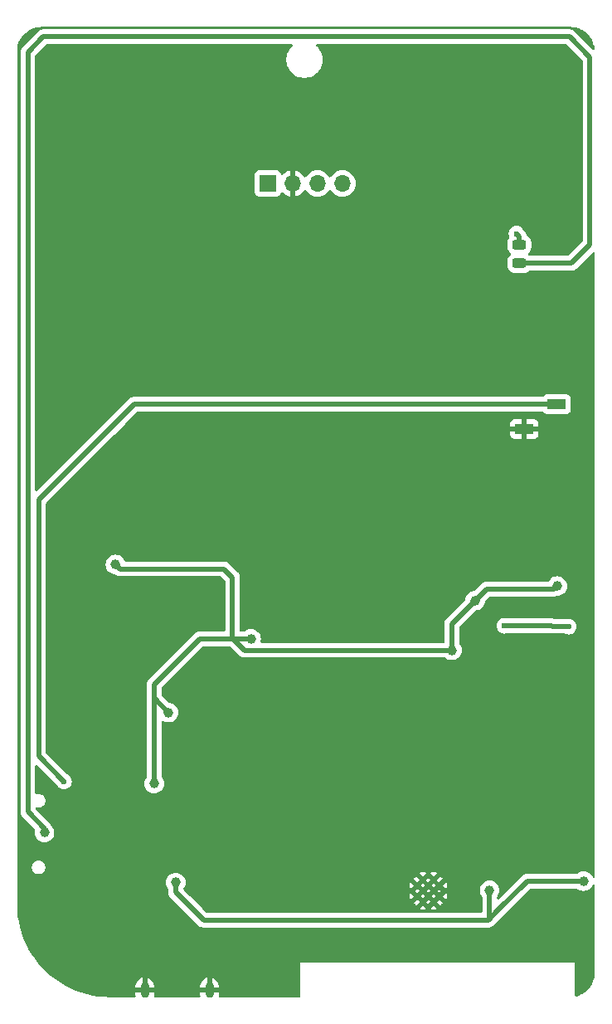
<source format=gbr>
%TF.GenerationSoftware,KiCad,Pcbnew,8.0.4-8.0.4-0~ubuntu22.04.1*%
%TF.CreationDate,2024-08-28T20:52:20+02:00*%
%TF.ProjectId,defcon32_badge,64656663-6f6e-4333-925f-62616467652e,rev?*%
%TF.SameCoordinates,Original*%
%TF.FileFunction,Copper,L2,Bot*%
%TF.FilePolarity,Positive*%
%FSLAX46Y46*%
G04 Gerber Fmt 4.6, Leading zero omitted, Abs format (unit mm)*
G04 Created by KiCad (PCBNEW 8.0.4-8.0.4-0~ubuntu22.04.1) date 2024-08-28 20:52:20*
%MOMM*%
%LPD*%
G01*
G04 APERTURE LIST*
G04 Aperture macros list*
%AMRoundRect*
0 Rectangle with rounded corners*
0 $1 Rounding radius*
0 $2 $3 $4 $5 $6 $7 $8 $9 X,Y pos of 4 corners*
0 Add a 4 corners polygon primitive as box body*
4,1,4,$2,$3,$4,$5,$6,$7,$8,$9,$2,$3,0*
0 Add four circle primitives for the rounded corners*
1,1,$1+$1,$2,$3*
1,1,$1+$1,$4,$5*
1,1,$1+$1,$6,$7*
1,1,$1+$1,$8,$9*
0 Add four rect primitives between the rounded corners*
20,1,$1+$1,$2,$3,$4,$5,0*
20,1,$1+$1,$4,$5,$6,$7,0*
20,1,$1+$1,$6,$7,$8,$9,0*
20,1,$1+$1,$8,$9,$2,$3,0*%
G04 Aperture macros list end*
%TA.AperFunction,ComponentPad*%
%ADD10O,0.900000X1.600000*%
%TD*%
%TA.AperFunction,HeatsinkPad*%
%ADD11C,0.600000*%
%TD*%
%TA.AperFunction,ComponentPad*%
%ADD12R,1.700000X1.700000*%
%TD*%
%TA.AperFunction,ComponentPad*%
%ADD13O,1.700000X1.700000*%
%TD*%
%TA.AperFunction,SMDPad,CuDef*%
%ADD14R,1.900000X1.000000*%
%TD*%
%TA.AperFunction,SMDPad,CuDef*%
%ADD15RoundRect,0.243750X-0.456250X0.243750X-0.456250X-0.243750X0.456250X-0.243750X0.456250X0.243750X0*%
%TD*%
%TA.AperFunction,ViaPad*%
%ADD16C,1.000000*%
%TD*%
%TA.AperFunction,ViaPad*%
%ADD17C,0.600000*%
%TD*%
%TA.AperFunction,Conductor*%
%ADD18C,0.500000*%
%TD*%
G04 APERTURE END LIST*
D10*
%TO.P,J2,6,Shield*%
%TO.N,GND*%
X113550000Y-158800000D03*
X120150000Y-158800000D03*
%TD*%
D11*
%TO.P,U1,19,GND*%
%TO.N,GND*%
X143590000Y-149200000D03*
X143590000Y-148100000D03*
X143040000Y-149750000D03*
X143040000Y-148650000D03*
X143040000Y-147550000D03*
X142490000Y-149200000D03*
X142490000Y-148100000D03*
X141940000Y-149750000D03*
X141940000Y-148650000D03*
X141940000Y-147550000D03*
X141390000Y-149200000D03*
X141390000Y-148100000D03*
%TD*%
D12*
%TO.P,J1,1,Pin_1*%
%TO.N,+3V3*%
X126100000Y-76475000D03*
D13*
%TO.P,J1,2,Pin_2*%
%TO.N,GND*%
X128640000Y-76475000D03*
%TO.P,J1,3,Pin_3*%
%TO.N,/I2C_SCL*%
X131180000Y-76475000D03*
%TO.P,J1,4,Pin_4*%
%TO.N,/I2C_SDA*%
X133720000Y-76475000D03*
%TD*%
D14*
%TO.P,J3,1,Pin_1*%
%TO.N,Net-(J3-Pin_1)*%
X155600000Y-99005000D03*
%TO.P,J3,2,Pin_2*%
%TO.N,GND*%
X152300000Y-101545000D03*
%TD*%
D15*
%TO.P,D5,1,K*%
%TO.N,Net-(D5-K)*%
X151800000Y-82725000D03*
%TO.P,D5,2,A*%
%TO.N,Net-(D5-A)*%
X151800000Y-84600000D03*
%TD*%
D16*
%TO.N,+3V3*%
X110550000Y-115350000D03*
X116700000Y-147800000D03*
X114500000Y-137700000D03*
X148750000Y-148600000D03*
X115950000Y-130450000D03*
X147275000Y-119025000D03*
X158350000Y-147650000D03*
X144900000Y-124100000D03*
X155650000Y-117550000D03*
X124400000Y-122950000D03*
D17*
%TO.N,GND*%
X158100000Y-151550000D03*
X157000000Y-150850000D03*
X152000000Y-127550000D03*
X155850000Y-150850000D03*
X153850000Y-127550000D03*
X122250000Y-124750000D03*
X152950000Y-127550000D03*
X152950000Y-131800000D03*
X125000000Y-130000000D03*
X152000000Y-131800000D03*
X153850000Y-131800000D03*
X126050000Y-130000000D03*
X119500000Y-124800000D03*
X151050000Y-131800000D03*
X151050000Y-127550000D03*
%TO.N,Net-(J3-Pin_1)*%
X105300000Y-137500000D03*
%TO.N,/BTN_A*%
X150250000Y-121600000D03*
X156825000Y-121700000D03*
D16*
%TO.N,Net-(D5-A)*%
X103300000Y-142700000D03*
D17*
%TO.N,Net-(D5-K)*%
X151500000Y-81600000D03*
%TD*%
D18*
%TO.N,+3V3*%
X121650000Y-115800000D02*
X111000000Y-115800000D01*
X111000000Y-115800000D02*
X110550000Y-115350000D01*
X144900000Y-124100000D02*
X123700000Y-124100000D01*
X147275000Y-119025000D02*
X144900000Y-121400000D01*
X148600000Y-151650000D02*
X144850000Y-151650000D01*
X119550000Y-151650000D02*
X117100000Y-149200000D01*
X155350000Y-117850000D02*
X148450000Y-117850000D01*
X155650000Y-117550000D02*
X155350000Y-117850000D01*
X152600000Y-147650000D02*
X149600000Y-150650000D01*
X123700000Y-124100000D02*
X122500000Y-122900000D01*
X115950000Y-130450000D02*
X114500000Y-129000000D01*
X158350000Y-147650000D02*
X152600000Y-147650000D01*
X144900000Y-121400000D02*
X144900000Y-124100000D01*
X148450000Y-117850000D02*
X147275000Y-119025000D01*
X149600000Y-150650000D02*
X148600000Y-151650000D01*
X116700000Y-148800000D02*
X116700000Y-147800000D01*
X144850000Y-151650000D02*
X128200000Y-151650000D01*
X128200000Y-151650000D02*
X119550000Y-151650000D01*
X148750000Y-148600000D02*
X148750000Y-151500000D01*
X119150000Y-122950000D02*
X123000000Y-122950000D01*
X122550000Y-122950000D02*
X122500000Y-122900000D01*
X114500000Y-137700000D02*
X114500000Y-127600000D01*
X114500000Y-129000000D02*
X114500000Y-127600000D01*
X123000000Y-122950000D02*
X122550000Y-122950000D01*
X122500000Y-122900000D02*
X122500000Y-116650000D01*
X114500000Y-127600000D02*
X119150000Y-122950000D01*
X124400000Y-122950000D02*
X123000000Y-122950000D01*
X117100000Y-149200000D02*
X116700000Y-148800000D01*
X122500000Y-116650000D02*
X121650000Y-115800000D01*
X148750000Y-151500000D02*
X148600000Y-151650000D01*
%TO.N,Net-(J3-Pin_1)*%
X102700000Y-134900000D02*
X102700000Y-108750000D01*
X112445000Y-99005000D02*
X155600000Y-99005000D01*
X105300000Y-137500000D02*
X102700000Y-134900000D01*
X102700000Y-108750000D02*
X112445000Y-99005000D01*
%TO.N,/BTN_A*%
X155150000Y-121650000D02*
X156775000Y-121650000D01*
X155100000Y-121600000D02*
X155150000Y-121650000D01*
X150250000Y-121600000D02*
X155100000Y-121600000D01*
X156775000Y-121650000D02*
X156825000Y-121700000D01*
%TO.N,Net-(D5-A)*%
X156900000Y-61500000D02*
X103200000Y-61500000D01*
X157100000Y-84600000D02*
X159000000Y-82700000D01*
X103200000Y-61500000D02*
X101600000Y-63100000D01*
X101600000Y-63100000D02*
X101600000Y-140600000D01*
X159000000Y-82700000D02*
X159000000Y-63600000D01*
X101600000Y-140600000D02*
X103300000Y-142300000D01*
X103300000Y-142300000D02*
X103300000Y-142700000D01*
X159000000Y-63600000D02*
X156900000Y-61500000D01*
X151800000Y-84600000D02*
X157100000Y-84600000D01*
%TO.N,Net-(D5-K)*%
X151800000Y-81900000D02*
X151500000Y-81600000D01*
X151800000Y-82725000D02*
X151800000Y-81900000D01*
%TD*%
%TA.AperFunction,Conductor*%
%TO.N,GND*%
G36*
X157003736Y-60500726D02*
G01*
X157293796Y-60518271D01*
X157308657Y-60520075D01*
X157590798Y-60571780D01*
X157605335Y-60575363D01*
X157879172Y-60660695D01*
X157893163Y-60666000D01*
X158154743Y-60783727D01*
X158167989Y-60790680D01*
X158413465Y-60939075D01*
X158425776Y-60947573D01*
X158595202Y-61080309D01*
X158651573Y-61124473D01*
X158662781Y-61134403D01*
X158865596Y-61337218D01*
X158875526Y-61348426D01*
X158995481Y-61501538D01*
X159052422Y-61574217D01*
X159060926Y-61586537D01*
X159201633Y-61819295D01*
X159209316Y-61832004D01*
X159216275Y-61845263D01*
X159333997Y-62106831D01*
X159339306Y-62120832D01*
X159424635Y-62394663D01*
X159428219Y-62409201D01*
X159479923Y-62691340D01*
X159481728Y-62706205D01*
X159482213Y-62714223D01*
X159466612Y-62782329D01*
X159416667Y-62831188D01*
X159348235Y-62845289D01*
X159283043Y-62820155D01*
X159270758Y-62809391D01*
X157378421Y-60917052D01*
X157378414Y-60917046D01*
X157304729Y-60867812D01*
X157304729Y-60867813D01*
X157255491Y-60834913D01*
X157118917Y-60778343D01*
X157118907Y-60778340D01*
X156973920Y-60749500D01*
X156973918Y-60749500D01*
X103126082Y-60749500D01*
X103126076Y-60749500D01*
X103097242Y-60755234D01*
X103097243Y-60755235D01*
X102981093Y-60778339D01*
X102981083Y-60778342D01*
X102901081Y-60811479D01*
X102901082Y-60811480D01*
X102844502Y-60834917D01*
X102795269Y-60867813D01*
X102721588Y-60917044D01*
X102721580Y-60917050D01*
X101017049Y-62621581D01*
X100969539Y-62692685D01*
X100969540Y-62692686D01*
X100934914Y-62744508D01*
X100878343Y-62881082D01*
X100878340Y-62881092D01*
X100849500Y-63026079D01*
X100849500Y-63026082D01*
X100849500Y-140673918D01*
X100849500Y-140673920D01*
X100849499Y-140673920D01*
X100878340Y-140818907D01*
X100878343Y-140818917D01*
X100934914Y-140955492D01*
X100967812Y-141004727D01*
X100967813Y-141004730D01*
X101017046Y-141078414D01*
X101017052Y-141078421D01*
X102291334Y-142352702D01*
X102324819Y-142414025D01*
X102322315Y-142476374D01*
X102313976Y-142503867D01*
X102294659Y-142700000D01*
X102313975Y-142896129D01*
X102371188Y-143084733D01*
X102464086Y-143258532D01*
X102464090Y-143258539D01*
X102589116Y-143410883D01*
X102741460Y-143535909D01*
X102741467Y-143535913D01*
X102915266Y-143628811D01*
X102915269Y-143628811D01*
X102915273Y-143628814D01*
X103103868Y-143686024D01*
X103300000Y-143705341D01*
X103496132Y-143686024D01*
X103684727Y-143628814D01*
X103858538Y-143535910D01*
X104010883Y-143410883D01*
X104135910Y-143258538D01*
X104228814Y-143084727D01*
X104286024Y-142896132D01*
X104305341Y-142700000D01*
X104286024Y-142503868D01*
X104228814Y-142315273D01*
X104228811Y-142315269D01*
X104228811Y-142315266D01*
X104135913Y-142141467D01*
X104135909Y-142141460D01*
X104010883Y-141989117D01*
X103989697Y-141971730D01*
X103965258Y-141944766D01*
X103911353Y-141864090D01*
X103911353Y-141864089D01*
X103882950Y-141821581D01*
X103882947Y-141821578D01*
X102396840Y-140335472D01*
X102363355Y-140274149D01*
X102368339Y-140204457D01*
X102410211Y-140148524D01*
X102475675Y-140124107D01*
X102508713Y-140126174D01*
X102631004Y-140150500D01*
X102631007Y-140150500D01*
X102768995Y-140150500D01*
X102860041Y-140132389D01*
X102904328Y-140123580D01*
X103031811Y-140070775D01*
X103146542Y-139994114D01*
X103244114Y-139896542D01*
X103320775Y-139781811D01*
X103373580Y-139654328D01*
X103400500Y-139518993D01*
X103400500Y-139381007D01*
X103400500Y-139381004D01*
X103373581Y-139245677D01*
X103373580Y-139245676D01*
X103373580Y-139245672D01*
X103373578Y-139245667D01*
X103320778Y-139118195D01*
X103320771Y-139118182D01*
X103244114Y-139003458D01*
X103244111Y-139003454D01*
X103146545Y-138905888D01*
X103146541Y-138905885D01*
X103031817Y-138829228D01*
X103031804Y-138829221D01*
X102904332Y-138776421D01*
X102904322Y-138776418D01*
X102768995Y-138749500D01*
X102768993Y-138749500D01*
X102631007Y-138749500D01*
X102631002Y-138749500D01*
X102498691Y-138775818D01*
X102429099Y-138769591D01*
X102373922Y-138726727D01*
X102350678Y-138660838D01*
X102350500Y-138654201D01*
X102350500Y-135911229D01*
X102370185Y-135844190D01*
X102422989Y-135798435D01*
X102492147Y-135788491D01*
X102555703Y-135817516D01*
X102562181Y-135823548D01*
X104546692Y-137808059D01*
X104569358Y-137844125D01*
X104571188Y-137843244D01*
X104574209Y-137849518D01*
X104574211Y-137849522D01*
X104670184Y-138002262D01*
X104797738Y-138129816D01*
X104950478Y-138225789D01*
X105120745Y-138285368D01*
X105120750Y-138285369D01*
X105299996Y-138305565D01*
X105300000Y-138305565D01*
X105300004Y-138305565D01*
X105479249Y-138285369D01*
X105479252Y-138285368D01*
X105479255Y-138285368D01*
X105649522Y-138225789D01*
X105802262Y-138129816D01*
X105929816Y-138002262D01*
X106025789Y-137849522D01*
X106085368Y-137679255D01*
X106105129Y-137503870D01*
X106105565Y-137500003D01*
X106105565Y-137499996D01*
X106085369Y-137320750D01*
X106085368Y-137320745D01*
X106025788Y-137150476D01*
X105976281Y-137071686D01*
X105929816Y-136997738D01*
X105802262Y-136870184D01*
X105649522Y-136774211D01*
X105649518Y-136774209D01*
X105643244Y-136771188D01*
X105644125Y-136769358D01*
X105608059Y-136746692D01*
X103486819Y-134625451D01*
X103453334Y-134564128D01*
X103450500Y-134537770D01*
X103450500Y-115350000D01*
X109544659Y-115350000D01*
X109563975Y-115546129D01*
X109621188Y-115734733D01*
X109714086Y-115908532D01*
X109714090Y-115908539D01*
X109839116Y-116060883D01*
X109991460Y-116185909D01*
X109991467Y-116185913D01*
X110165266Y-116278811D01*
X110165269Y-116278811D01*
X110165273Y-116278814D01*
X110353868Y-116336024D01*
X110443697Y-116344871D01*
X110508485Y-116371031D01*
X110519225Y-116380593D01*
X110521580Y-116382948D01*
X110521584Y-116382951D01*
X110644498Y-116465080D01*
X110644511Y-116465087D01*
X110781082Y-116521656D01*
X110781087Y-116521658D01*
X110781091Y-116521658D01*
X110781092Y-116521659D01*
X110926079Y-116550500D01*
X110926082Y-116550500D01*
X110926083Y-116550500D01*
X111073917Y-116550500D01*
X121287770Y-116550500D01*
X121354809Y-116570185D01*
X121375451Y-116586819D01*
X121713181Y-116924548D01*
X121746666Y-116985871D01*
X121749500Y-117012229D01*
X121749500Y-122075500D01*
X121729815Y-122142539D01*
X121677011Y-122188294D01*
X121625500Y-122199500D01*
X119076080Y-122199500D01*
X118931092Y-122228340D01*
X118931082Y-122228343D01*
X118794508Y-122284914D01*
X118794505Y-122284915D01*
X118794505Y-122284916D01*
X118752929Y-122312696D01*
X118752928Y-122312695D01*
X118671585Y-122367046D01*
X118671578Y-122367052D01*
X113917050Y-127121580D01*
X113917044Y-127121588D01*
X113867812Y-127195268D01*
X113867813Y-127195269D01*
X113834921Y-127244496D01*
X113834914Y-127244508D01*
X113778342Y-127381086D01*
X113778340Y-127381092D01*
X113749500Y-127526079D01*
X113749500Y-136993021D01*
X113729815Y-137060060D01*
X113721353Y-137071686D01*
X113664091Y-137141460D01*
X113664086Y-137141467D01*
X113571188Y-137315266D01*
X113513975Y-137503870D01*
X113494659Y-137700000D01*
X113513975Y-137896129D01*
X113571188Y-138084733D01*
X113664086Y-138258532D01*
X113664090Y-138258539D01*
X113789116Y-138410883D01*
X113941460Y-138535909D01*
X113941467Y-138535913D01*
X114115266Y-138628811D01*
X114115269Y-138628811D01*
X114115273Y-138628814D01*
X114303868Y-138686024D01*
X114500000Y-138705341D01*
X114696132Y-138686024D01*
X114884727Y-138628814D01*
X115058538Y-138535910D01*
X115210883Y-138410883D01*
X115335910Y-138258538D01*
X115382362Y-138171632D01*
X115428811Y-138084733D01*
X115428811Y-138084732D01*
X115428814Y-138084727D01*
X115486024Y-137896132D01*
X115505341Y-137700000D01*
X115486024Y-137503868D01*
X115428814Y-137315273D01*
X115428811Y-137315269D01*
X115428811Y-137315266D01*
X115335913Y-137141467D01*
X115335911Y-137141465D01*
X115335910Y-137141462D01*
X115319536Y-137121511D01*
X115278647Y-137071686D01*
X115251334Y-137007376D01*
X115250500Y-136993021D01*
X115250500Y-131417446D01*
X115270185Y-131350407D01*
X115322989Y-131304652D01*
X115392147Y-131294708D01*
X115432953Y-131308088D01*
X115512127Y-131350407D01*
X115565273Y-131378814D01*
X115753868Y-131436024D01*
X115950000Y-131455341D01*
X116146132Y-131436024D01*
X116334727Y-131378814D01*
X116508538Y-131285910D01*
X116660883Y-131160883D01*
X116785910Y-131008538D01*
X116878814Y-130834727D01*
X116936024Y-130646132D01*
X116955341Y-130450000D01*
X116936024Y-130253868D01*
X116878814Y-130065273D01*
X116878811Y-130065269D01*
X116878811Y-130065266D01*
X116785913Y-129891467D01*
X116785909Y-129891460D01*
X116660883Y-129739116D01*
X116508539Y-129614090D01*
X116508532Y-129614086D01*
X116334733Y-129521188D01*
X116334727Y-129521186D01*
X116146132Y-129463976D01*
X116146129Y-129463975D01*
X116056298Y-129455127D01*
X115991511Y-129428965D01*
X115980773Y-129419405D01*
X115286819Y-128725451D01*
X115253334Y-128664128D01*
X115250500Y-128637770D01*
X115250500Y-127962230D01*
X115270185Y-127895191D01*
X115286819Y-127874549D01*
X119424549Y-123736819D01*
X119485872Y-123703334D01*
X119512230Y-123700500D01*
X122187770Y-123700500D01*
X122254809Y-123720185D01*
X122275451Y-123736819D01*
X123221580Y-124682948D01*
X123221584Y-124682951D01*
X123344498Y-124765080D01*
X123344511Y-124765087D01*
X123481082Y-124821656D01*
X123481087Y-124821658D01*
X123481091Y-124821658D01*
X123481092Y-124821659D01*
X123626079Y-124850500D01*
X123626082Y-124850500D01*
X123773917Y-124850500D01*
X144193022Y-124850500D01*
X144260061Y-124870185D01*
X144271687Y-124878647D01*
X144341460Y-124935909D01*
X144341467Y-124935913D01*
X144515266Y-125028811D01*
X144515269Y-125028811D01*
X144515273Y-125028814D01*
X144703868Y-125086024D01*
X144900000Y-125105341D01*
X145096132Y-125086024D01*
X145284727Y-125028814D01*
X145458538Y-124935910D01*
X145610883Y-124810883D01*
X145735910Y-124658538D01*
X145828814Y-124484727D01*
X145886024Y-124296132D01*
X145905341Y-124100000D01*
X145886024Y-123903868D01*
X145828814Y-123715273D01*
X145828811Y-123715269D01*
X145828811Y-123715266D01*
X145735913Y-123541467D01*
X145735911Y-123541465D01*
X145735910Y-123541462D01*
X145719536Y-123521511D01*
X145678647Y-123471686D01*
X145651334Y-123407376D01*
X145650500Y-123393021D01*
X145650500Y-121762229D01*
X145670185Y-121695190D01*
X145686819Y-121674548D01*
X145761371Y-121599996D01*
X149444435Y-121599996D01*
X149444435Y-121600003D01*
X149464630Y-121779249D01*
X149464631Y-121779254D01*
X149524211Y-121949523D01*
X149587045Y-122049522D01*
X149620184Y-122102262D01*
X149747738Y-122229816D01*
X149835426Y-122284914D01*
X149879640Y-122312696D01*
X149900478Y-122325789D01*
X150018401Y-122367052D01*
X150070745Y-122385368D01*
X150070750Y-122385369D01*
X150249996Y-122405565D01*
X150250000Y-122405565D01*
X150250004Y-122405565D01*
X150429249Y-122385369D01*
X150429252Y-122385368D01*
X150429255Y-122385368D01*
X150509017Y-122357457D01*
X150549972Y-122350500D01*
X154855341Y-122350500D01*
X154902793Y-122359938D01*
X154931088Y-122371659D01*
X155047241Y-122394763D01*
X155066468Y-122398587D01*
X155076081Y-122400500D01*
X155076082Y-122400500D01*
X155076083Y-122400500D01*
X155223918Y-122400500D01*
X156399506Y-122400500D01*
X156465477Y-122419506D01*
X156475474Y-122425787D01*
X156475475Y-122425787D01*
X156475478Y-122425789D01*
X156645745Y-122485368D01*
X156645750Y-122485369D01*
X156824996Y-122505565D01*
X156825000Y-122505565D01*
X156825004Y-122505565D01*
X157004249Y-122485369D01*
X157004252Y-122485368D01*
X157004255Y-122485368D01*
X157174522Y-122425789D01*
X157327262Y-122329816D01*
X157454816Y-122202262D01*
X157550789Y-122049522D01*
X157610368Y-121879255D01*
X157610369Y-121879249D01*
X157630565Y-121700003D01*
X157630565Y-121699996D01*
X157610369Y-121520750D01*
X157610368Y-121520745D01*
X157550788Y-121350476D01*
X157487955Y-121250478D01*
X157454816Y-121197738D01*
X157327262Y-121070184D01*
X157286385Y-121044499D01*
X157174523Y-120974211D01*
X157004254Y-120914631D01*
X157004249Y-120914630D01*
X156825004Y-120894435D01*
X156824998Y-120894435D01*
X156786969Y-120898720D01*
X156773085Y-120899500D01*
X155394658Y-120899500D01*
X155347206Y-120890061D01*
X155318917Y-120878343D01*
X155318907Y-120878340D01*
X155173920Y-120849500D01*
X155173918Y-120849500D01*
X150549972Y-120849500D01*
X150509017Y-120842542D01*
X150429254Y-120814631D01*
X150429249Y-120814630D01*
X150250004Y-120794435D01*
X150249996Y-120794435D01*
X150070750Y-120814630D01*
X150070745Y-120814631D01*
X149900476Y-120874211D01*
X149747737Y-120970184D01*
X149620184Y-121097737D01*
X149524211Y-121250476D01*
X149464631Y-121420745D01*
X149464630Y-121420750D01*
X149444435Y-121599996D01*
X145761371Y-121599996D01*
X146487156Y-120874211D01*
X147305775Y-120055591D01*
X147367096Y-120022108D01*
X147381295Y-120019871D01*
X147471132Y-120011024D01*
X147659727Y-119953814D01*
X147833538Y-119860910D01*
X147985883Y-119735883D01*
X148110910Y-119583538D01*
X148203814Y-119409727D01*
X148261024Y-119221132D01*
X148269871Y-119131299D01*
X148296031Y-119066513D01*
X148305584Y-119055782D01*
X148724549Y-118636819D01*
X148785872Y-118603334D01*
X148812230Y-118600500D01*
X155423920Y-118600500D01*
X155568908Y-118571659D01*
X155568908Y-118571658D01*
X155568913Y-118571658D01*
X155587615Y-118563910D01*
X155643907Y-118555562D01*
X155643907Y-118555341D01*
X155645397Y-118555341D01*
X155647234Y-118555068D01*
X155650000Y-118555341D01*
X155846132Y-118536024D01*
X156034727Y-118478814D01*
X156208538Y-118385910D01*
X156360883Y-118260883D01*
X156485910Y-118108538D01*
X156578814Y-117934727D01*
X156636024Y-117746132D01*
X156655341Y-117550000D01*
X156636024Y-117353868D01*
X156578814Y-117165273D01*
X156578811Y-117165269D01*
X156578811Y-117165266D01*
X156485913Y-116991467D01*
X156485909Y-116991460D01*
X156360883Y-116839116D01*
X156208539Y-116714090D01*
X156208532Y-116714086D01*
X156034733Y-116621188D01*
X156034727Y-116621186D01*
X155846132Y-116563976D01*
X155846129Y-116563975D01*
X155650000Y-116544659D01*
X155453870Y-116563975D01*
X155265266Y-116621188D01*
X155091467Y-116714086D01*
X155091460Y-116714090D01*
X154939116Y-116839116D01*
X154814090Y-116991460D01*
X154791378Y-117033953D01*
X154742416Y-117083798D01*
X154682020Y-117099500D01*
X148376080Y-117099500D01*
X148231092Y-117128340D01*
X148231082Y-117128343D01*
X148094509Y-117184913D01*
X148094500Y-117184918D01*
X148080155Y-117194504D01*
X148080153Y-117194506D01*
X147971582Y-117267049D01*
X147971581Y-117267050D01*
X147244225Y-117994405D01*
X147182902Y-118027890D01*
X147168700Y-118030127D01*
X147078870Y-118038975D01*
X146890266Y-118096188D01*
X146716467Y-118189086D01*
X146716460Y-118189090D01*
X146564116Y-118314116D01*
X146439090Y-118466460D01*
X146439086Y-118466467D01*
X146346188Y-118640266D01*
X146288975Y-118828870D01*
X146280127Y-118918700D01*
X146253965Y-118983487D01*
X146244405Y-118994225D01*
X144317047Y-120921584D01*
X144317045Y-120921586D01*
X144281887Y-120974208D01*
X144281885Y-120974211D01*
X144234919Y-121044499D01*
X144234912Y-121044511D01*
X144178343Y-121181082D01*
X144178340Y-121181092D01*
X144149500Y-121326079D01*
X144149500Y-123225500D01*
X144129815Y-123292539D01*
X144077011Y-123338294D01*
X144025500Y-123349500D01*
X125491528Y-123349500D01*
X125424489Y-123329815D01*
X125378734Y-123277011D01*
X125368790Y-123207853D01*
X125372867Y-123189505D01*
X125375219Y-123181748D01*
X125386024Y-123146132D01*
X125405341Y-122950000D01*
X125386024Y-122753868D01*
X125328814Y-122565273D01*
X125328811Y-122565269D01*
X125328811Y-122565266D01*
X125235913Y-122391467D01*
X125235909Y-122391460D01*
X125110883Y-122239116D01*
X124958539Y-122114090D01*
X124958532Y-122114086D01*
X124784733Y-122021188D01*
X124784727Y-122021186D01*
X124596132Y-121963976D01*
X124596129Y-121963975D01*
X124400000Y-121944659D01*
X124203870Y-121963975D01*
X124015266Y-122021188D01*
X123841467Y-122114086D01*
X123841460Y-122114090D01*
X123771687Y-122171353D01*
X123707377Y-122198666D01*
X123693022Y-122199500D01*
X123374500Y-122199500D01*
X123307461Y-122179815D01*
X123261706Y-122127011D01*
X123250500Y-122075500D01*
X123250500Y-116576079D01*
X123237252Y-116509483D01*
X123228421Y-116465084D01*
X123228420Y-116465080D01*
X123221660Y-116431094D01*
X123221659Y-116431088D01*
X123167408Y-116300117D01*
X123165765Y-116295525D01*
X123165084Y-116294505D01*
X123110205Y-116212373D01*
X123082952Y-116171585D01*
X122972250Y-116060883D01*
X122128421Y-115217052D01*
X122128414Y-115217046D01*
X122054729Y-115167812D01*
X122054729Y-115167813D01*
X122005491Y-115134913D01*
X121868917Y-115078343D01*
X121868907Y-115078340D01*
X121723920Y-115049500D01*
X121723918Y-115049500D01*
X111596328Y-115049500D01*
X111529289Y-115029815D01*
X111483534Y-114977011D01*
X111481212Y-114970868D01*
X111481144Y-114970897D01*
X111478814Y-114965273D01*
X111385913Y-114791467D01*
X111385909Y-114791460D01*
X111260883Y-114639116D01*
X111108539Y-114514090D01*
X111108532Y-114514086D01*
X110934733Y-114421188D01*
X110934727Y-114421186D01*
X110746132Y-114363976D01*
X110746129Y-114363975D01*
X110550000Y-114344659D01*
X110353870Y-114363975D01*
X110165266Y-114421188D01*
X109991467Y-114514086D01*
X109991460Y-114514090D01*
X109839116Y-114639116D01*
X109714090Y-114791460D01*
X109714086Y-114791467D01*
X109621188Y-114965266D01*
X109563975Y-115153870D01*
X109544659Y-115350000D01*
X103450500Y-115350000D01*
X103450500Y-109112229D01*
X103470185Y-109045190D01*
X103486819Y-109024548D01*
X110418523Y-102092844D01*
X150850000Y-102092844D01*
X150856401Y-102152372D01*
X150856403Y-102152379D01*
X150906645Y-102287086D01*
X150906649Y-102287093D01*
X150992809Y-102402187D01*
X150992812Y-102402190D01*
X151107906Y-102488350D01*
X151107913Y-102488354D01*
X151242620Y-102538596D01*
X151242627Y-102538598D01*
X151302155Y-102544999D01*
X151302172Y-102545000D01*
X152050000Y-102545000D01*
X152550000Y-102545000D01*
X153297828Y-102545000D01*
X153297844Y-102544999D01*
X153357372Y-102538598D01*
X153357379Y-102538596D01*
X153492086Y-102488354D01*
X153492093Y-102488350D01*
X153607187Y-102402190D01*
X153607190Y-102402187D01*
X153693350Y-102287093D01*
X153693354Y-102287086D01*
X153743596Y-102152379D01*
X153743598Y-102152372D01*
X153749999Y-102092844D01*
X153750000Y-102092827D01*
X153750000Y-101795000D01*
X152550000Y-101795000D01*
X152550000Y-102545000D01*
X152050000Y-102545000D01*
X152050000Y-101795000D01*
X150850000Y-101795000D01*
X150850000Y-102092844D01*
X110418523Y-102092844D01*
X111514212Y-100997155D01*
X150850000Y-100997155D01*
X150850000Y-101295000D01*
X152050000Y-101295000D01*
X152550000Y-101295000D01*
X153750000Y-101295000D01*
X153750000Y-100997172D01*
X153749999Y-100997155D01*
X153743598Y-100937627D01*
X153743596Y-100937620D01*
X153693354Y-100802913D01*
X153693350Y-100802906D01*
X153607190Y-100687812D01*
X153607187Y-100687809D01*
X153492093Y-100601649D01*
X153492086Y-100601645D01*
X153357379Y-100551403D01*
X153357372Y-100551401D01*
X153297844Y-100545000D01*
X152550000Y-100545000D01*
X152550000Y-101295000D01*
X152050000Y-101295000D01*
X152050000Y-100545000D01*
X151302155Y-100545000D01*
X151242627Y-100551401D01*
X151242620Y-100551403D01*
X151107913Y-100601645D01*
X151107906Y-100601649D01*
X150992812Y-100687809D01*
X150992809Y-100687812D01*
X150906649Y-100802906D01*
X150906645Y-100802913D01*
X150856403Y-100937620D01*
X150856401Y-100937627D01*
X150850000Y-100997155D01*
X111514212Y-100997155D01*
X112719548Y-99791819D01*
X112780871Y-99758334D01*
X112807229Y-99755500D01*
X154150249Y-99755500D01*
X154217288Y-99775185D01*
X154249515Y-99805188D01*
X154292451Y-99862542D01*
X154292454Y-99862546D01*
X154292457Y-99862548D01*
X154407664Y-99948793D01*
X154407671Y-99948797D01*
X154542517Y-99999091D01*
X154542516Y-99999091D01*
X154549444Y-99999835D01*
X154602127Y-100005500D01*
X156597872Y-100005499D01*
X156657483Y-99999091D01*
X156792331Y-99948796D01*
X156907546Y-99862546D01*
X156993796Y-99747331D01*
X157044091Y-99612483D01*
X157050500Y-99552873D01*
X157050499Y-98457128D01*
X157044091Y-98397517D01*
X157022608Y-98339919D01*
X156993797Y-98262671D01*
X156993793Y-98262664D01*
X156907547Y-98147455D01*
X156907544Y-98147452D01*
X156792335Y-98061206D01*
X156792328Y-98061202D01*
X156657482Y-98010908D01*
X156657483Y-98010908D01*
X156597883Y-98004501D01*
X156597881Y-98004500D01*
X156597873Y-98004500D01*
X156597864Y-98004500D01*
X154602129Y-98004500D01*
X154602123Y-98004501D01*
X154542516Y-98010908D01*
X154407671Y-98061202D01*
X154407664Y-98061206D01*
X154292457Y-98147451D01*
X154292451Y-98147457D01*
X154249515Y-98204812D01*
X154193581Y-98246682D01*
X154150249Y-98254500D01*
X112371080Y-98254500D01*
X112226092Y-98283340D01*
X112226082Y-98283343D01*
X112089511Y-98339912D01*
X112089498Y-98339919D01*
X111966584Y-98422048D01*
X111966580Y-98422051D01*
X102562181Y-107826451D01*
X102500858Y-107859936D01*
X102431166Y-107854952D01*
X102375233Y-107813080D01*
X102350816Y-107747616D01*
X102350500Y-107738770D01*
X102350500Y-75577135D01*
X124749500Y-75577135D01*
X124749500Y-77372870D01*
X124749501Y-77372876D01*
X124755908Y-77432483D01*
X124806202Y-77567328D01*
X124806206Y-77567335D01*
X124892452Y-77682544D01*
X124892455Y-77682547D01*
X125007664Y-77768793D01*
X125007671Y-77768797D01*
X125142517Y-77819091D01*
X125142516Y-77819091D01*
X125149444Y-77819835D01*
X125202127Y-77825500D01*
X126997872Y-77825499D01*
X127057483Y-77819091D01*
X127192331Y-77768796D01*
X127307546Y-77682546D01*
X127393796Y-77567331D01*
X127443002Y-77435401D01*
X127484872Y-77379468D01*
X127550337Y-77355050D01*
X127618610Y-77369901D01*
X127646865Y-77391053D01*
X127768917Y-77513105D01*
X127962421Y-77648600D01*
X128176507Y-77748429D01*
X128176516Y-77748433D01*
X128390000Y-77805634D01*
X128390000Y-76908012D01*
X128447007Y-76940925D01*
X128574174Y-76975000D01*
X128705826Y-76975000D01*
X128832993Y-76940925D01*
X128890000Y-76908012D01*
X128890000Y-77805633D01*
X129103483Y-77748433D01*
X129103492Y-77748429D01*
X129317578Y-77648600D01*
X129511082Y-77513105D01*
X129678105Y-77346082D01*
X129808119Y-77160405D01*
X129862696Y-77116781D01*
X129932195Y-77109588D01*
X129994549Y-77141110D01*
X130011269Y-77160405D01*
X130141505Y-77346401D01*
X130308599Y-77513495D01*
X130405384Y-77581265D01*
X130502165Y-77649032D01*
X130502167Y-77649033D01*
X130502170Y-77649035D01*
X130716337Y-77748903D01*
X130944592Y-77810063D01*
X131121034Y-77825500D01*
X131179999Y-77830659D01*
X131180000Y-77830659D01*
X131180001Y-77830659D01*
X131238966Y-77825500D01*
X131415408Y-77810063D01*
X131643663Y-77748903D01*
X131857830Y-77649035D01*
X132051401Y-77513495D01*
X132218495Y-77346401D01*
X132348425Y-77160842D01*
X132403002Y-77117217D01*
X132472500Y-77110023D01*
X132534855Y-77141546D01*
X132551575Y-77160842D01*
X132681500Y-77346395D01*
X132681505Y-77346401D01*
X132848599Y-77513495D01*
X132945384Y-77581265D01*
X133042165Y-77649032D01*
X133042167Y-77649033D01*
X133042170Y-77649035D01*
X133256337Y-77748903D01*
X133484592Y-77810063D01*
X133661034Y-77825500D01*
X133719999Y-77830659D01*
X133720000Y-77830659D01*
X133720001Y-77830659D01*
X133778966Y-77825500D01*
X133955408Y-77810063D01*
X134183663Y-77748903D01*
X134397830Y-77649035D01*
X134591401Y-77513495D01*
X134758495Y-77346401D01*
X134894035Y-77152830D01*
X134993903Y-76938663D01*
X135055063Y-76710408D01*
X135075659Y-76475000D01*
X135055063Y-76239592D01*
X134993903Y-76011337D01*
X134894035Y-75797171D01*
X134888731Y-75789595D01*
X134758494Y-75603597D01*
X134591402Y-75436506D01*
X134591395Y-75436501D01*
X134397834Y-75300967D01*
X134397830Y-75300965D01*
X134397828Y-75300964D01*
X134183663Y-75201097D01*
X134183659Y-75201096D01*
X134183655Y-75201094D01*
X133955413Y-75139938D01*
X133955403Y-75139936D01*
X133720001Y-75119341D01*
X133719999Y-75119341D01*
X133484596Y-75139936D01*
X133484586Y-75139938D01*
X133256344Y-75201094D01*
X133256335Y-75201098D01*
X133042171Y-75300964D01*
X133042169Y-75300965D01*
X132848597Y-75436505D01*
X132681505Y-75603597D01*
X132551575Y-75789158D01*
X132496998Y-75832783D01*
X132427500Y-75839977D01*
X132365145Y-75808454D01*
X132348425Y-75789158D01*
X132218494Y-75603597D01*
X132051402Y-75436506D01*
X132051395Y-75436501D01*
X131857834Y-75300967D01*
X131857830Y-75300965D01*
X131857828Y-75300964D01*
X131643663Y-75201097D01*
X131643659Y-75201096D01*
X131643655Y-75201094D01*
X131415413Y-75139938D01*
X131415403Y-75139936D01*
X131180001Y-75119341D01*
X131179999Y-75119341D01*
X130944596Y-75139936D01*
X130944586Y-75139938D01*
X130716344Y-75201094D01*
X130716335Y-75201098D01*
X130502171Y-75300964D01*
X130502169Y-75300965D01*
X130308597Y-75436505D01*
X130141508Y-75603594D01*
X130011269Y-75789595D01*
X129956692Y-75833219D01*
X129887193Y-75840412D01*
X129824839Y-75808890D01*
X129808119Y-75789594D01*
X129678113Y-75603926D01*
X129678108Y-75603920D01*
X129511082Y-75436894D01*
X129317578Y-75301399D01*
X129103492Y-75201570D01*
X129103486Y-75201567D01*
X128890000Y-75144364D01*
X128890000Y-76041988D01*
X128832993Y-76009075D01*
X128705826Y-75975000D01*
X128574174Y-75975000D01*
X128447007Y-76009075D01*
X128390000Y-76041988D01*
X128390000Y-75144364D01*
X128389999Y-75144364D01*
X128176513Y-75201567D01*
X128176507Y-75201570D01*
X127962422Y-75301399D01*
X127962420Y-75301400D01*
X127768926Y-75436886D01*
X127646865Y-75558947D01*
X127585542Y-75592431D01*
X127515850Y-75587447D01*
X127459917Y-75545575D01*
X127443002Y-75514598D01*
X127393797Y-75382671D01*
X127393793Y-75382664D01*
X127307547Y-75267455D01*
X127307544Y-75267452D01*
X127192335Y-75181206D01*
X127192328Y-75181202D01*
X127057482Y-75130908D01*
X127057483Y-75130908D01*
X126997883Y-75124501D01*
X126997881Y-75124500D01*
X126997873Y-75124500D01*
X126997864Y-75124500D01*
X125202129Y-75124500D01*
X125202123Y-75124501D01*
X125142516Y-75130908D01*
X125007671Y-75181202D01*
X125007664Y-75181206D01*
X124892455Y-75267452D01*
X124892452Y-75267455D01*
X124806206Y-75382664D01*
X124806202Y-75382671D01*
X124755908Y-75517517D01*
X124749501Y-75577116D01*
X124749500Y-75577135D01*
X102350500Y-75577135D01*
X102350500Y-63462230D01*
X102370185Y-63395191D01*
X102386819Y-63374549D01*
X103474549Y-62286819D01*
X103535872Y-62253334D01*
X103562230Y-62250500D01*
X128533134Y-62250500D01*
X128600173Y-62270185D01*
X128645928Y-62322989D01*
X128655872Y-62392147D01*
X128626847Y-62455703D01*
X128620815Y-62462181D01*
X128455739Y-62627256D01*
X128455733Y-62627263D01*
X128308067Y-62819706D01*
X128308064Y-62819710D01*
X128308064Y-62819711D01*
X128301438Y-62831188D01*
X128186777Y-63029785D01*
X128186773Y-63029794D01*
X128093947Y-63253895D01*
X128031161Y-63488214D01*
X127999500Y-63728711D01*
X127999500Y-63971288D01*
X128031161Y-64211785D01*
X128093947Y-64446104D01*
X128186773Y-64670205D01*
X128186776Y-64670212D01*
X128308064Y-64880289D01*
X128308066Y-64880292D01*
X128308067Y-64880293D01*
X128455733Y-65072736D01*
X128455739Y-65072743D01*
X128627256Y-65244260D01*
X128627262Y-65244265D01*
X128819711Y-65391936D01*
X129029788Y-65513224D01*
X129253900Y-65606054D01*
X129488211Y-65668838D01*
X129668586Y-65692584D01*
X129728711Y-65700500D01*
X129728712Y-65700500D01*
X129971289Y-65700500D01*
X130019388Y-65694167D01*
X130211789Y-65668838D01*
X130446100Y-65606054D01*
X130670212Y-65513224D01*
X130880289Y-65391936D01*
X131072738Y-65244265D01*
X131244265Y-65072738D01*
X131391936Y-64880289D01*
X131513224Y-64670212D01*
X131606054Y-64446100D01*
X131668838Y-64211789D01*
X131700500Y-63971288D01*
X131700500Y-63728712D01*
X131668838Y-63488211D01*
X131606054Y-63253900D01*
X131513224Y-63029788D01*
X131391936Y-62819711D01*
X131299096Y-62698719D01*
X131244266Y-62627263D01*
X131244260Y-62627256D01*
X131079185Y-62462181D01*
X131045700Y-62400858D01*
X131050684Y-62331166D01*
X131092556Y-62275233D01*
X131158020Y-62250816D01*
X131166866Y-62250500D01*
X156537770Y-62250500D01*
X156604809Y-62270185D01*
X156625451Y-62286819D01*
X158213181Y-63874548D01*
X158246666Y-63935871D01*
X158249500Y-63962229D01*
X158249500Y-82337770D01*
X158229815Y-82404809D01*
X158213181Y-82425451D01*
X156825451Y-83813181D01*
X156764128Y-83846666D01*
X156737770Y-83849500D01*
X152853391Y-83849500D01*
X152786352Y-83829815D01*
X152765710Y-83813181D01*
X152721004Y-83768475D01*
X152721003Y-83768474D01*
X152720301Y-83768041D01*
X152719921Y-83767618D01*
X152715336Y-83763993D01*
X152715955Y-83763209D01*
X152673575Y-83716098D01*
X152662349Y-83647136D01*
X152690188Y-83583052D01*
X152715455Y-83561157D01*
X152715336Y-83561007D01*
X152718687Y-83558356D01*
X152720299Y-83556959D01*
X152721003Y-83556526D01*
X152844026Y-83433503D01*
X152935362Y-83285425D01*
X152990087Y-83120275D01*
X153000500Y-83018348D01*
X153000500Y-82431652D01*
X152990087Y-82329725D01*
X152935362Y-82164575D01*
X152935358Y-82164569D01*
X152935357Y-82164566D01*
X152844028Y-82016500D01*
X152844025Y-82016496D01*
X152721003Y-81893474D01*
X152720999Y-81893471D01*
X152587914Y-81811383D01*
X152541189Y-81759435D01*
X152531395Y-81730042D01*
X152521658Y-81681087D01*
X152465084Y-81544505D01*
X152432186Y-81495270D01*
X152432185Y-81495268D01*
X152382956Y-81421589D01*
X152382952Y-81421584D01*
X152253307Y-81291939D01*
X152230653Y-81255869D01*
X152228813Y-81256756D01*
X152225792Y-81250484D01*
X152225789Y-81250480D01*
X152225789Y-81250478D01*
X152129816Y-81097738D01*
X152002262Y-80970184D01*
X151849523Y-80874211D01*
X151679254Y-80814631D01*
X151679249Y-80814630D01*
X151500004Y-80794435D01*
X151499996Y-80794435D01*
X151320750Y-80814630D01*
X151320745Y-80814631D01*
X151150476Y-80874211D01*
X150997737Y-80970184D01*
X150870184Y-81097737D01*
X150774211Y-81250476D01*
X150714631Y-81420745D01*
X150714630Y-81420750D01*
X150694435Y-81599996D01*
X150694435Y-81600003D01*
X150714630Y-81779249D01*
X150714631Y-81779254D01*
X150763049Y-81917623D01*
X150766610Y-81987402D01*
X150751546Y-82023675D01*
X150664639Y-82164572D01*
X150664637Y-82164577D01*
X150609913Y-82329723D01*
X150599500Y-82431644D01*
X150599500Y-83018355D01*
X150609913Y-83120276D01*
X150664637Y-83285422D01*
X150664642Y-83285433D01*
X150755971Y-83433499D01*
X150755974Y-83433503D01*
X150878996Y-83556525D01*
X150879000Y-83556528D01*
X150879703Y-83556962D01*
X150880083Y-83557385D01*
X150884664Y-83561007D01*
X150884045Y-83561789D01*
X150926428Y-83608910D01*
X150937649Y-83677872D01*
X150909806Y-83741954D01*
X150884544Y-83763842D01*
X150884664Y-83763993D01*
X150881315Y-83766640D01*
X150879703Y-83768038D01*
X150879000Y-83768471D01*
X150878996Y-83768474D01*
X150755974Y-83891496D01*
X150755971Y-83891500D01*
X150664642Y-84039566D01*
X150664637Y-84039577D01*
X150609913Y-84204723D01*
X150599500Y-84306644D01*
X150599500Y-84893355D01*
X150609913Y-84995276D01*
X150664637Y-85160422D01*
X150664642Y-85160433D01*
X150755971Y-85308499D01*
X150755974Y-85308503D01*
X150878996Y-85431525D01*
X150879000Y-85431528D01*
X151027066Y-85522857D01*
X151027069Y-85522858D01*
X151027075Y-85522862D01*
X151192225Y-85577587D01*
X151294152Y-85588000D01*
X151294157Y-85588000D01*
X152305843Y-85588000D01*
X152305848Y-85588000D01*
X152407775Y-85577587D01*
X152572925Y-85522862D01*
X152721003Y-85431526D01*
X152765710Y-85386819D01*
X152827033Y-85353334D01*
X152853391Y-85350500D01*
X157173920Y-85350500D01*
X157271462Y-85331096D01*
X157318913Y-85321658D01*
X157455495Y-85265084D01*
X157504729Y-85232186D01*
X157578416Y-85182952D01*
X159287819Y-83473549D01*
X159349142Y-83440064D01*
X159418834Y-83445048D01*
X159474767Y-83486920D01*
X159499184Y-83552384D01*
X159499500Y-83561230D01*
X159499500Y-147183111D01*
X159479815Y-147250150D01*
X159427011Y-147295905D01*
X159357853Y-147305849D01*
X159294297Y-147276824D01*
X159266142Y-147241564D01*
X159185913Y-147091467D01*
X159185909Y-147091460D01*
X159060883Y-146939116D01*
X158908539Y-146814090D01*
X158908532Y-146814086D01*
X158734733Y-146721188D01*
X158734727Y-146721186D01*
X158546132Y-146663976D01*
X158546129Y-146663975D01*
X158350000Y-146644659D01*
X158153870Y-146663975D01*
X157965266Y-146721188D01*
X157791467Y-146814086D01*
X157791460Y-146814090D01*
X157721687Y-146871353D01*
X157657377Y-146898666D01*
X157643022Y-146899500D01*
X152526076Y-146899500D01*
X152497242Y-146905234D01*
X152497243Y-146905235D01*
X152381093Y-146928339D01*
X152381083Y-146928342D01*
X152301081Y-146961479D01*
X152301082Y-146961480D01*
X152294782Y-146964090D01*
X152244505Y-146984916D01*
X152166101Y-147037304D01*
X152121582Y-147067049D01*
X152121579Y-147067052D01*
X149712181Y-149476451D01*
X149650858Y-149509936D01*
X149581166Y-149504952D01*
X149525233Y-149463080D01*
X149500816Y-149397616D01*
X149500500Y-149388770D01*
X149500500Y-149306976D01*
X149520185Y-149239937D01*
X149528632Y-149228329D01*
X149585910Y-149158538D01*
X149587538Y-149155492D01*
X149678811Y-148984733D01*
X149678811Y-148984732D01*
X149678814Y-148984727D01*
X149736024Y-148796132D01*
X149755341Y-148600000D01*
X149736024Y-148403868D01*
X149678814Y-148215273D01*
X149678811Y-148215269D01*
X149678811Y-148215266D01*
X149585913Y-148041467D01*
X149585909Y-148041460D01*
X149460883Y-147889116D01*
X149308539Y-147764090D01*
X149308532Y-147764086D01*
X149134733Y-147671188D01*
X149134727Y-147671186D01*
X148946132Y-147613976D01*
X148946129Y-147613975D01*
X148750000Y-147594659D01*
X148553870Y-147613975D01*
X148365266Y-147671188D01*
X148191467Y-147764086D01*
X148191460Y-147764090D01*
X148039116Y-147889116D01*
X147914090Y-148041460D01*
X147914086Y-148041467D01*
X147821188Y-148215266D01*
X147763975Y-148403870D01*
X147744659Y-148600000D01*
X147763975Y-148796129D01*
X147821188Y-148984733D01*
X147914084Y-149158529D01*
X147914087Y-149158533D01*
X147914090Y-149158538D01*
X147971354Y-149228314D01*
X147998666Y-149292620D01*
X147999500Y-149306976D01*
X147999500Y-150775500D01*
X147979815Y-150842539D01*
X147927011Y-150888294D01*
X147875500Y-150899500D01*
X119912229Y-150899500D01*
X119845190Y-150879815D01*
X119824548Y-150863181D01*
X119428027Y-150466660D01*
X141576892Y-150466660D01*
X141576892Y-150466661D01*
X141590692Y-150475333D01*
X141590691Y-150475333D01*
X141760861Y-150534878D01*
X141939997Y-150555062D01*
X141940003Y-150555062D01*
X142119138Y-150534878D01*
X142119141Y-150534877D01*
X142289305Y-150475334D01*
X142289306Y-150475334D01*
X142303106Y-150466661D01*
X142303106Y-150466660D01*
X142676892Y-150466660D01*
X142676892Y-150466661D01*
X142690692Y-150475333D01*
X142690691Y-150475333D01*
X142860861Y-150534878D01*
X143039997Y-150555062D01*
X143040003Y-150555062D01*
X143219138Y-150534878D01*
X143219141Y-150534877D01*
X143389305Y-150475334D01*
X143389306Y-150475334D01*
X143403106Y-150466661D01*
X143403106Y-150466660D01*
X143040001Y-150103553D01*
X143040000Y-150103553D01*
X142676892Y-150466660D01*
X142303106Y-150466660D01*
X141940001Y-150103553D01*
X141940000Y-150103553D01*
X141576892Y-150466660D01*
X119428027Y-150466660D01*
X118878028Y-149916660D01*
X141026892Y-149916660D01*
X141026892Y-149916661D01*
X141040692Y-149925333D01*
X141040699Y-149925336D01*
X141113205Y-149950708D01*
X141169981Y-149991430D01*
X141189291Y-150026793D01*
X141214664Y-150099302D01*
X141223338Y-150113107D01*
X141586446Y-149750000D01*
X141566555Y-149730109D01*
X141840000Y-149730109D01*
X141840000Y-149769891D01*
X141855224Y-149806645D01*
X141883355Y-149834776D01*
X141920109Y-149850000D01*
X141959891Y-149850000D01*
X141996645Y-149834776D01*
X142024776Y-149806645D01*
X142040000Y-149769891D01*
X142040000Y-149749999D01*
X142293553Y-149749999D01*
X142490000Y-149946446D01*
X142686446Y-149750000D01*
X142666555Y-149730109D01*
X142940000Y-149730109D01*
X142940000Y-149769891D01*
X142955224Y-149806645D01*
X142983355Y-149834776D01*
X143020109Y-149850000D01*
X143059891Y-149850000D01*
X143096645Y-149834776D01*
X143124776Y-149806645D01*
X143140000Y-149769891D01*
X143140000Y-149750000D01*
X143393553Y-149750000D01*
X143756660Y-150113106D01*
X143756661Y-150113106D01*
X143765334Y-150099306D01*
X143765334Y-150099305D01*
X143790707Y-150026795D01*
X143831429Y-149970019D01*
X143866795Y-149950707D01*
X143939305Y-149925334D01*
X143939306Y-149925334D01*
X143953106Y-149916661D01*
X143953106Y-149916660D01*
X143590000Y-149553553D01*
X143524241Y-149619313D01*
X143524240Y-149619314D01*
X143393553Y-149750000D01*
X143140000Y-149750000D01*
X143140000Y-149730109D01*
X143124776Y-149693355D01*
X143096645Y-149665224D01*
X143059891Y-149650000D01*
X143020109Y-149650000D01*
X142983355Y-149665224D01*
X142955224Y-149693355D01*
X142940000Y-149730109D01*
X142666555Y-149730109D01*
X142555760Y-149619314D01*
X142490000Y-149553553D01*
X142424241Y-149619313D01*
X142424240Y-149619314D01*
X142293553Y-149749999D01*
X142040000Y-149749999D01*
X142040000Y-149730109D01*
X142024776Y-149693355D01*
X141996645Y-149665224D01*
X141959891Y-149650000D01*
X141920109Y-149650000D01*
X141883355Y-149665224D01*
X141855224Y-149693355D01*
X141840000Y-149730109D01*
X141566555Y-149730109D01*
X141389999Y-149553553D01*
X141389998Y-149553553D01*
X141026892Y-149916660D01*
X118878028Y-149916660D01*
X118161365Y-149199997D01*
X140584938Y-149199997D01*
X140584938Y-149200002D01*
X140605121Y-149379138D01*
X140664665Y-149549304D01*
X140673338Y-149563107D01*
X141036446Y-149200000D01*
X141036446Y-149199999D01*
X141016556Y-149180109D01*
X141290000Y-149180109D01*
X141290000Y-149219891D01*
X141305224Y-149256645D01*
X141333355Y-149284776D01*
X141370109Y-149300000D01*
X141409891Y-149300000D01*
X141446645Y-149284776D01*
X141474776Y-149256645D01*
X141490000Y-149219891D01*
X141490000Y-149200000D01*
X141743553Y-149200000D01*
X141789645Y-149246091D01*
X141940000Y-149396446D01*
X142136446Y-149200000D01*
X142116555Y-149180109D01*
X142390000Y-149180109D01*
X142390000Y-149219891D01*
X142405224Y-149256645D01*
X142433355Y-149284776D01*
X142470109Y-149300000D01*
X142509891Y-149300000D01*
X142546645Y-149284776D01*
X142574776Y-149256645D01*
X142590000Y-149219891D01*
X142590000Y-149200000D01*
X142843553Y-149200000D01*
X142889645Y-149246091D01*
X143040000Y-149396446D01*
X143236446Y-149200000D01*
X143216555Y-149180109D01*
X143490000Y-149180109D01*
X143490000Y-149219891D01*
X143505224Y-149256645D01*
X143533355Y-149284776D01*
X143570109Y-149300000D01*
X143609891Y-149300000D01*
X143646645Y-149284776D01*
X143674776Y-149256645D01*
X143690000Y-149219891D01*
X143690000Y-149200000D01*
X143943552Y-149200000D01*
X144306660Y-149563106D01*
X144306661Y-149563106D01*
X144315334Y-149549306D01*
X144315334Y-149549305D01*
X144374877Y-149379141D01*
X144374878Y-149379138D01*
X144395062Y-149200002D01*
X144395062Y-149199997D01*
X144374878Y-149020861D01*
X144315333Y-148850692D01*
X144306661Y-148836892D01*
X144306660Y-148836892D01*
X143943552Y-149200000D01*
X143690000Y-149200000D01*
X143690000Y-149180109D01*
X143674776Y-149143355D01*
X143646645Y-149115224D01*
X143609891Y-149100000D01*
X143570109Y-149100000D01*
X143533355Y-149115224D01*
X143505224Y-149143355D01*
X143490000Y-149180109D01*
X143216555Y-149180109D01*
X143105760Y-149069314D01*
X143040000Y-149003553D01*
X142974241Y-149069313D01*
X142974240Y-149069314D01*
X142843553Y-149200000D01*
X142590000Y-149200000D01*
X142590000Y-149180109D01*
X142574776Y-149143355D01*
X142546645Y-149115224D01*
X142509891Y-149100000D01*
X142470109Y-149100000D01*
X142433355Y-149115224D01*
X142405224Y-149143355D01*
X142390000Y-149180109D01*
X142116555Y-149180109D01*
X142005760Y-149069314D01*
X141940000Y-149003553D01*
X141874241Y-149069313D01*
X141874240Y-149069314D01*
X141743553Y-149200000D01*
X141490000Y-149200000D01*
X141490000Y-149180109D01*
X141474776Y-149143355D01*
X141446645Y-149115224D01*
X141409891Y-149100000D01*
X141370109Y-149100000D01*
X141333355Y-149115224D01*
X141305224Y-149143355D01*
X141290000Y-149180109D01*
X141016556Y-149180109D01*
X140673338Y-148836891D01*
X140673337Y-148836891D01*
X140664667Y-148850691D01*
X140664662Y-148850701D01*
X140605122Y-149020858D01*
X140605121Y-149020861D01*
X140584938Y-149199997D01*
X118161365Y-149199997D01*
X117611369Y-148650000D01*
X141193553Y-148650000D01*
X141193553Y-148650001D01*
X141389998Y-148846446D01*
X141389999Y-148846446D01*
X141540355Y-148696091D01*
X141586446Y-148650000D01*
X141566555Y-148630109D01*
X141840000Y-148630109D01*
X141840000Y-148669891D01*
X141855224Y-148706645D01*
X141883355Y-148734776D01*
X141920109Y-148750000D01*
X141959891Y-148750000D01*
X141996645Y-148734776D01*
X142024776Y-148706645D01*
X142040000Y-148669891D01*
X142040000Y-148649999D01*
X142293553Y-148649999D01*
X142293553Y-148650000D01*
X142339645Y-148696091D01*
X142490000Y-148846446D01*
X142686446Y-148650000D01*
X142666555Y-148630109D01*
X142940000Y-148630109D01*
X142940000Y-148669891D01*
X142955224Y-148706645D01*
X142983355Y-148734776D01*
X143020109Y-148750000D01*
X143059891Y-148750000D01*
X143096645Y-148734776D01*
X143124776Y-148706645D01*
X143140000Y-148669891D01*
X143140000Y-148649999D01*
X143393553Y-148649999D01*
X143393553Y-148650000D01*
X143439645Y-148696091D01*
X143590000Y-148846446D01*
X143786446Y-148650000D01*
X143786446Y-148649999D01*
X143590000Y-148453553D01*
X143589999Y-148453553D01*
X143554423Y-148489130D01*
X143554422Y-148489131D01*
X143393553Y-148649999D01*
X143140000Y-148649999D01*
X143140000Y-148630109D01*
X143124776Y-148593355D01*
X143096645Y-148565224D01*
X143059891Y-148550000D01*
X143020109Y-148550000D01*
X142983355Y-148565224D01*
X142955224Y-148593355D01*
X142940000Y-148630109D01*
X142666555Y-148630109D01*
X142525576Y-148489130D01*
X142490000Y-148453553D01*
X142489999Y-148453553D01*
X142454423Y-148489130D01*
X142454422Y-148489131D01*
X142293553Y-148649999D01*
X142040000Y-148649999D01*
X142040000Y-148630109D01*
X142024776Y-148593355D01*
X141996645Y-148565224D01*
X141959891Y-148550000D01*
X141920109Y-148550000D01*
X141883355Y-148565224D01*
X141855224Y-148593355D01*
X141840000Y-148630109D01*
X141566555Y-148630109D01*
X141389999Y-148453553D01*
X141193553Y-148650000D01*
X117611369Y-148650000D01*
X117574091Y-148612722D01*
X117574080Y-148612712D01*
X117518014Y-148556646D01*
X117484529Y-148495323D01*
X117489513Y-148425631D01*
X117509840Y-148390303D01*
X117535910Y-148358538D01*
X117620651Y-148200000D01*
X117628811Y-148184733D01*
X117628811Y-148184732D01*
X117628814Y-148184727D01*
X117654517Y-148099997D01*
X140584938Y-148099997D01*
X140584938Y-148100002D01*
X140605121Y-148279138D01*
X140664665Y-148449304D01*
X140673338Y-148463107D01*
X141036446Y-148100000D01*
X141036446Y-148099999D01*
X141016556Y-148080109D01*
X141290000Y-148080109D01*
X141290000Y-148119891D01*
X141305224Y-148156645D01*
X141333355Y-148184776D01*
X141370109Y-148200000D01*
X141409891Y-148200000D01*
X141446645Y-148184776D01*
X141474776Y-148156645D01*
X141490000Y-148119891D01*
X141490000Y-148100000D01*
X141743553Y-148100000D01*
X141789645Y-148146091D01*
X141940000Y-148296446D01*
X142136446Y-148100000D01*
X142116555Y-148080109D01*
X142390000Y-148080109D01*
X142390000Y-148119891D01*
X142405224Y-148156645D01*
X142433355Y-148184776D01*
X142470109Y-148200000D01*
X142509891Y-148200000D01*
X142546645Y-148184776D01*
X142574776Y-148156645D01*
X142590000Y-148119891D01*
X142590000Y-148100000D01*
X142843553Y-148100000D01*
X142889645Y-148146091D01*
X143040000Y-148296446D01*
X143236446Y-148100000D01*
X143216555Y-148080109D01*
X143490000Y-148080109D01*
X143490000Y-148119891D01*
X143505224Y-148156645D01*
X143533355Y-148184776D01*
X143570109Y-148200000D01*
X143609891Y-148200000D01*
X143646645Y-148184776D01*
X143674776Y-148156645D01*
X143690000Y-148119891D01*
X143690000Y-148100000D01*
X143943552Y-148100000D01*
X144306660Y-148463106D01*
X144306661Y-148463106D01*
X144315334Y-148449306D01*
X144315334Y-148449305D01*
X144374877Y-148279141D01*
X144374878Y-148279138D01*
X144395062Y-148100002D01*
X144395062Y-148099997D01*
X144374878Y-147920861D01*
X144315333Y-147750692D01*
X144306661Y-147736892D01*
X144306660Y-147736892D01*
X143943552Y-148100000D01*
X143690000Y-148100000D01*
X143690000Y-148080109D01*
X143674776Y-148043355D01*
X143646645Y-148015224D01*
X143609891Y-148000000D01*
X143570109Y-148000000D01*
X143533355Y-148015224D01*
X143505224Y-148043355D01*
X143490000Y-148080109D01*
X143216555Y-148080109D01*
X143105760Y-147969314D01*
X143040000Y-147903553D01*
X142974241Y-147969313D01*
X142974240Y-147969314D01*
X142843553Y-148100000D01*
X142590000Y-148100000D01*
X142590000Y-148080109D01*
X142574776Y-148043355D01*
X142546645Y-148015224D01*
X142509891Y-148000000D01*
X142470109Y-148000000D01*
X142433355Y-148015224D01*
X142405224Y-148043355D01*
X142390000Y-148080109D01*
X142116555Y-148080109D01*
X142005760Y-147969314D01*
X141940000Y-147903553D01*
X141874241Y-147969313D01*
X141874240Y-147969314D01*
X141743553Y-148100000D01*
X141490000Y-148100000D01*
X141490000Y-148080109D01*
X141474776Y-148043355D01*
X141446645Y-148015224D01*
X141409891Y-148000000D01*
X141370109Y-148000000D01*
X141333355Y-148015224D01*
X141305224Y-148043355D01*
X141290000Y-148080109D01*
X141016556Y-148080109D01*
X140673338Y-147736891D01*
X140673337Y-147736891D01*
X140664667Y-147750691D01*
X140664662Y-147750701D01*
X140605122Y-147920858D01*
X140605121Y-147920861D01*
X140584938Y-148099997D01*
X117654517Y-148099997D01*
X117686024Y-147996132D01*
X117705341Y-147800000D01*
X117686024Y-147603868D01*
X117628814Y-147415273D01*
X117628811Y-147415269D01*
X117628811Y-147415266D01*
X117611745Y-147383338D01*
X141026891Y-147383338D01*
X141389998Y-147746446D01*
X141541788Y-147594658D01*
X141586446Y-147549998D01*
X141566557Y-147530109D01*
X141840000Y-147530109D01*
X141840000Y-147569891D01*
X141855224Y-147606645D01*
X141883355Y-147634776D01*
X141920109Y-147650000D01*
X141959891Y-147650000D01*
X141996645Y-147634776D01*
X142024776Y-147606645D01*
X142040000Y-147569891D01*
X142040000Y-147549999D01*
X142293553Y-147549999D01*
X142490000Y-147746446D01*
X142641786Y-147594660D01*
X142686446Y-147549998D01*
X142666557Y-147530109D01*
X142940000Y-147530109D01*
X142940000Y-147569891D01*
X142955224Y-147606645D01*
X142983355Y-147634776D01*
X143020109Y-147650000D01*
X143059891Y-147650000D01*
X143096645Y-147634776D01*
X143124776Y-147606645D01*
X143140000Y-147569891D01*
X143140000Y-147549998D01*
X143393553Y-147549998D01*
X143393553Y-147549999D01*
X143590000Y-147746446D01*
X143590001Y-147746446D01*
X143953107Y-147383338D01*
X143939302Y-147374664D01*
X143866793Y-147349291D01*
X143810017Y-147308569D01*
X143790708Y-147273205D01*
X143765336Y-147200699D01*
X143765333Y-147200692D01*
X143756661Y-147186892D01*
X143756660Y-147186892D01*
X143393553Y-147549998D01*
X143140000Y-147549998D01*
X143140000Y-147530109D01*
X143124776Y-147493355D01*
X143096645Y-147465224D01*
X143059891Y-147450000D01*
X143020109Y-147450000D01*
X142983355Y-147465224D01*
X142955224Y-147493355D01*
X142940000Y-147530109D01*
X142666557Y-147530109D01*
X142490001Y-147353553D01*
X142293553Y-147549999D01*
X142040000Y-147549999D01*
X142040000Y-147530109D01*
X142024776Y-147493355D01*
X141996645Y-147465224D01*
X141959891Y-147450000D01*
X141920109Y-147450000D01*
X141883355Y-147465224D01*
X141855224Y-147493355D01*
X141840000Y-147530109D01*
X141566557Y-147530109D01*
X141223338Y-147186891D01*
X141214664Y-147200695D01*
X141214659Y-147200705D01*
X141189291Y-147273205D01*
X141148569Y-147329981D01*
X141113205Y-147349291D01*
X141040705Y-147374659D01*
X141040695Y-147374664D01*
X141026891Y-147383338D01*
X117611745Y-147383338D01*
X117535913Y-147241467D01*
X117535909Y-147241460D01*
X117410883Y-147089116D01*
X117258539Y-146964090D01*
X117258532Y-146964086D01*
X117084733Y-146871188D01*
X117084727Y-146871186D01*
X116959956Y-146833337D01*
X141576891Y-146833337D01*
X141576891Y-146833338D01*
X141940000Y-147196446D01*
X141940001Y-147196446D01*
X142303107Y-146833338D01*
X142303105Y-146833337D01*
X142676891Y-146833337D01*
X142676891Y-146833338D01*
X143040000Y-147196446D01*
X143040001Y-147196446D01*
X143403107Y-146833338D01*
X143389304Y-146824665D01*
X143219138Y-146765121D01*
X143040003Y-146744938D01*
X143039997Y-146744938D01*
X142860861Y-146765121D01*
X142860858Y-146765122D01*
X142690701Y-146824662D01*
X142690691Y-146824667D01*
X142676891Y-146833337D01*
X142303105Y-146833337D01*
X142289304Y-146824665D01*
X142119138Y-146765121D01*
X141940003Y-146744938D01*
X141939997Y-146744938D01*
X141760861Y-146765121D01*
X141760858Y-146765122D01*
X141590701Y-146824662D01*
X141590691Y-146824667D01*
X141576891Y-146833337D01*
X116959956Y-146833337D01*
X116896132Y-146813976D01*
X116896129Y-146813975D01*
X116700000Y-146794659D01*
X116503870Y-146813975D01*
X116315266Y-146871188D01*
X116141467Y-146964086D01*
X116141460Y-146964090D01*
X115989116Y-147089116D01*
X115864090Y-147241460D01*
X115864086Y-147241467D01*
X115771188Y-147415266D01*
X115713975Y-147603870D01*
X115694659Y-147800000D01*
X115713975Y-147996129D01*
X115720294Y-148016961D01*
X115762667Y-148156645D01*
X115771188Y-148184733D01*
X115864084Y-148358529D01*
X115864086Y-148358531D01*
X115864090Y-148358538D01*
X115921354Y-148428314D01*
X115948666Y-148492620D01*
X115949500Y-148506976D01*
X115949500Y-148873918D01*
X115949500Y-148873920D01*
X115949499Y-148873920D01*
X115978340Y-149018907D01*
X115978343Y-149018917D01*
X116034914Y-149155492D01*
X116034915Y-149155494D01*
X116034916Y-149155495D01*
X116051362Y-149180109D01*
X116067812Y-149204727D01*
X116067813Y-149204730D01*
X116117046Y-149278414D01*
X116117052Y-149278421D01*
X116512707Y-149674075D01*
X116512717Y-149674086D01*
X118967049Y-152128416D01*
X119043495Y-152204862D01*
X119071585Y-152232952D01*
X119194498Y-152315080D01*
X119194511Y-152315087D01*
X119317869Y-152366183D01*
X119331087Y-152371658D01*
X119331091Y-152371658D01*
X119331092Y-152371659D01*
X119476079Y-152400500D01*
X119476082Y-152400500D01*
X148673920Y-152400500D01*
X148771462Y-152381096D01*
X148818913Y-152371658D01*
X148955495Y-152315084D01*
X149004729Y-152282186D01*
X149078416Y-152232952D01*
X149332952Y-151978416D01*
X149332952Y-151978415D01*
X150068206Y-151243159D01*
X150068211Y-151243156D01*
X150078414Y-151232952D01*
X150078416Y-151232952D01*
X152874548Y-148436818D01*
X152935871Y-148403334D01*
X152962229Y-148400500D01*
X157643022Y-148400500D01*
X157710061Y-148420185D01*
X157721687Y-148428647D01*
X157791460Y-148485909D01*
X157791467Y-148485913D01*
X157965266Y-148578811D01*
X157965269Y-148578811D01*
X157965273Y-148578814D01*
X158153868Y-148636024D01*
X158350000Y-148655341D01*
X158546132Y-148636024D01*
X158734727Y-148578814D01*
X158776201Y-148556646D01*
X158869126Y-148506976D01*
X158908538Y-148485910D01*
X159060883Y-148360883D01*
X159185910Y-148208538D01*
X159243925Y-148099999D01*
X159266142Y-148058435D01*
X159315104Y-148008591D01*
X159383241Y-147993130D01*
X159448921Y-148016961D01*
X159491290Y-148072519D01*
X159499500Y-148116888D01*
X159499500Y-156996249D01*
X159499274Y-157003736D01*
X159481728Y-157293794D01*
X159479923Y-157308659D01*
X159428219Y-157590798D01*
X159424635Y-157605336D01*
X159339306Y-157879167D01*
X159333997Y-157893168D01*
X159216275Y-158154736D01*
X159209316Y-158167995D01*
X159060928Y-158413459D01*
X159052422Y-158425782D01*
X158875526Y-158651573D01*
X158865596Y-158662781D01*
X158662781Y-158865596D01*
X158651573Y-158875526D01*
X158425782Y-159052422D01*
X158413459Y-159060928D01*
X158167995Y-159209316D01*
X158154736Y-159216275D01*
X157893168Y-159333997D01*
X157879168Y-159339306D01*
X157610891Y-159422905D01*
X157541030Y-159424057D01*
X157481638Y-159387256D01*
X157451570Y-159324187D01*
X157450000Y-159304520D01*
X157450000Y-155950000D01*
X129450000Y-155950000D01*
X129450000Y-159375500D01*
X129430315Y-159442539D01*
X129377511Y-159488294D01*
X129326000Y-159499500D01*
X121200186Y-159499500D01*
X121133147Y-159479815D01*
X121087392Y-159427011D01*
X121077448Y-159357853D01*
X121078569Y-159351308D01*
X121100000Y-159243569D01*
X121100000Y-159050000D01*
X120400000Y-159050000D01*
X120400000Y-158550000D01*
X121100000Y-158550000D01*
X121100000Y-158356430D01*
X121099999Y-158356428D01*
X121063493Y-158172902D01*
X121063491Y-158172894D01*
X120991880Y-158000008D01*
X120991875Y-157999999D01*
X120887913Y-157844410D01*
X120887910Y-157844406D01*
X120755593Y-157712089D01*
X120755589Y-157712086D01*
X120600000Y-157608124D01*
X120599991Y-157608119D01*
X120427103Y-157536507D01*
X120427100Y-157536506D01*
X120400000Y-157531115D01*
X120400000Y-158400272D01*
X120361940Y-158308386D01*
X120291614Y-158238060D01*
X120199728Y-158200000D01*
X120100272Y-158200000D01*
X120008386Y-158238060D01*
X119938060Y-158308386D01*
X119900000Y-158400272D01*
X119900000Y-157531116D01*
X119899999Y-157531115D01*
X119872899Y-157536506D01*
X119872896Y-157536507D01*
X119700008Y-157608119D01*
X119699999Y-157608124D01*
X119544410Y-157712086D01*
X119544406Y-157712089D01*
X119412089Y-157844406D01*
X119412086Y-157844410D01*
X119308124Y-157999999D01*
X119308119Y-158000008D01*
X119236508Y-158172894D01*
X119236506Y-158172902D01*
X119200000Y-158356428D01*
X119200000Y-158550000D01*
X119900000Y-158550000D01*
X119900000Y-159050000D01*
X119200000Y-159050000D01*
X119200000Y-159243569D01*
X119199999Y-159243569D01*
X119221431Y-159351308D01*
X119215204Y-159420900D01*
X119172341Y-159476077D01*
X119106452Y-159499322D01*
X119099814Y-159499500D01*
X114600186Y-159499500D01*
X114533147Y-159479815D01*
X114487392Y-159427011D01*
X114477448Y-159357853D01*
X114478569Y-159351308D01*
X114500000Y-159243569D01*
X114500000Y-159050000D01*
X113800000Y-159050000D01*
X113800000Y-158550000D01*
X114500000Y-158550000D01*
X114500000Y-158356430D01*
X114499999Y-158356428D01*
X114463493Y-158172902D01*
X114463491Y-158172894D01*
X114391880Y-158000008D01*
X114391875Y-157999999D01*
X114287913Y-157844410D01*
X114287910Y-157844406D01*
X114155593Y-157712089D01*
X114155589Y-157712086D01*
X114000000Y-157608124D01*
X113999991Y-157608119D01*
X113827103Y-157536507D01*
X113827100Y-157536506D01*
X113800000Y-157531115D01*
X113800000Y-158400272D01*
X113761940Y-158308386D01*
X113691614Y-158238060D01*
X113599728Y-158200000D01*
X113500272Y-158200000D01*
X113408386Y-158238060D01*
X113338060Y-158308386D01*
X113300000Y-158400272D01*
X113300000Y-157531116D01*
X113299999Y-157531115D01*
X113272899Y-157536506D01*
X113272896Y-157536507D01*
X113100008Y-157608119D01*
X113099999Y-157608124D01*
X112944410Y-157712086D01*
X112944406Y-157712089D01*
X112812089Y-157844406D01*
X112812086Y-157844410D01*
X112708124Y-157999999D01*
X112708119Y-158000008D01*
X112636508Y-158172894D01*
X112636506Y-158172902D01*
X112600000Y-158356428D01*
X112600000Y-158550000D01*
X113300000Y-158550000D01*
X113300000Y-159050000D01*
X112600000Y-159050000D01*
X112600000Y-159243569D01*
X112599999Y-159243569D01*
X112621431Y-159351308D01*
X112615204Y-159420900D01*
X112572341Y-159476077D01*
X112506452Y-159499322D01*
X112499814Y-159499500D01*
X110001954Y-159499500D01*
X109998059Y-159499439D01*
X109407417Y-159480877D01*
X109399643Y-159480388D01*
X108813267Y-159424959D01*
X108805538Y-159423982D01*
X108223830Y-159331849D01*
X108216178Y-159330390D01*
X107641361Y-159201903D01*
X107633816Y-159199965D01*
X107141893Y-159057048D01*
X107068230Y-159035646D01*
X107060840Y-159033246D01*
X106506676Y-158833735D01*
X106499434Y-158830868D01*
X105958886Y-158596952D01*
X105951837Y-158593635D01*
X105427048Y-158326241D01*
X105420222Y-158322488D01*
X104913265Y-158022675D01*
X104906688Y-158018501D01*
X104419553Y-157687444D01*
X104413251Y-157682865D01*
X103947881Y-157321887D01*
X103941878Y-157316922D01*
X103500059Y-156927406D01*
X103494381Y-156922073D01*
X103077926Y-156505618D01*
X103072593Y-156499940D01*
X102683077Y-156058121D01*
X102678112Y-156052118D01*
X102317134Y-155586748D01*
X102312555Y-155580446D01*
X101981498Y-155093311D01*
X101977324Y-155086734D01*
X101677511Y-154579777D01*
X101673758Y-154572951D01*
X101406364Y-154048162D01*
X101403047Y-154041113D01*
X101169131Y-153500565D01*
X101166270Y-153493338D01*
X100966746Y-152939139D01*
X100964358Y-152931789D01*
X100800031Y-152366172D01*
X100798096Y-152358638D01*
X100669605Y-151783802D01*
X100668153Y-151776188D01*
X100576016Y-151194459D01*
X100575040Y-151186732D01*
X100547889Y-150899500D01*
X100519610Y-150600340D01*
X100519123Y-150592598D01*
X100500561Y-150001941D01*
X100500500Y-149998046D01*
X100500500Y-146318995D01*
X101999499Y-146318995D01*
X102026418Y-146454322D01*
X102026421Y-146454332D01*
X102079221Y-146581804D01*
X102079228Y-146581817D01*
X102155885Y-146696541D01*
X102155888Y-146696545D01*
X102253454Y-146794111D01*
X102253458Y-146794114D01*
X102368182Y-146870771D01*
X102368195Y-146870778D01*
X102495667Y-146923578D01*
X102495672Y-146923580D01*
X102495676Y-146923580D01*
X102495677Y-146923581D01*
X102631004Y-146950500D01*
X102631007Y-146950500D01*
X102768995Y-146950500D01*
X102880403Y-146928339D01*
X102904328Y-146923580D01*
X103031811Y-146870775D01*
X103146542Y-146794114D01*
X103244114Y-146696542D01*
X103320775Y-146581811D01*
X103373580Y-146454328D01*
X103400500Y-146318993D01*
X103400500Y-146181007D01*
X103400500Y-146181004D01*
X103373581Y-146045677D01*
X103373580Y-146045676D01*
X103373580Y-146045672D01*
X103373578Y-146045667D01*
X103320778Y-145918195D01*
X103320771Y-145918182D01*
X103244114Y-145803458D01*
X103244111Y-145803454D01*
X103146545Y-145705888D01*
X103146541Y-145705885D01*
X103031817Y-145629228D01*
X103031804Y-145629221D01*
X102904332Y-145576421D01*
X102904322Y-145576418D01*
X102768995Y-145549500D01*
X102768993Y-145549500D01*
X102631007Y-145549500D01*
X102631005Y-145549500D01*
X102495677Y-145576418D01*
X102495667Y-145576421D01*
X102368195Y-145629221D01*
X102368182Y-145629228D01*
X102253458Y-145705885D01*
X102253454Y-145705888D01*
X102155888Y-145803454D01*
X102155885Y-145803458D01*
X102079228Y-145918182D01*
X102079221Y-145918195D01*
X102026421Y-146045667D01*
X102026418Y-146045677D01*
X101999500Y-146181004D01*
X101999500Y-146181007D01*
X101999500Y-146318993D01*
X101999500Y-146318995D01*
X101999499Y-146318995D01*
X100500500Y-146318995D01*
X100500500Y-63003750D01*
X100500726Y-62996263D01*
X100504486Y-62934108D01*
X100518271Y-62706201D01*
X100520076Y-62691340D01*
X100532860Y-62621584D01*
X100571780Y-62409197D01*
X100575364Y-62394663D01*
X100576148Y-62392147D01*
X100660696Y-62120822D01*
X100665998Y-62106841D01*
X100783731Y-61845249D01*
X100790676Y-61832016D01*
X100939080Y-61586526D01*
X100947567Y-61574230D01*
X101124480Y-61348417D01*
X101134395Y-61337226D01*
X101337226Y-61134395D01*
X101348417Y-61124480D01*
X101574230Y-60947567D01*
X101586526Y-60939080D01*
X101832016Y-60790676D01*
X101845249Y-60783731D01*
X102106841Y-60665998D01*
X102120822Y-60660696D01*
X102394668Y-60575362D01*
X102409197Y-60571780D01*
X102691344Y-60520075D01*
X102706201Y-60518271D01*
X102996264Y-60500726D01*
X103003751Y-60500500D01*
X103065892Y-60500500D01*
X156934108Y-60500500D01*
X156996249Y-60500500D01*
X157003736Y-60500726D01*
G37*
%TD.AperFunction*%
%TD*%
M02*

</source>
